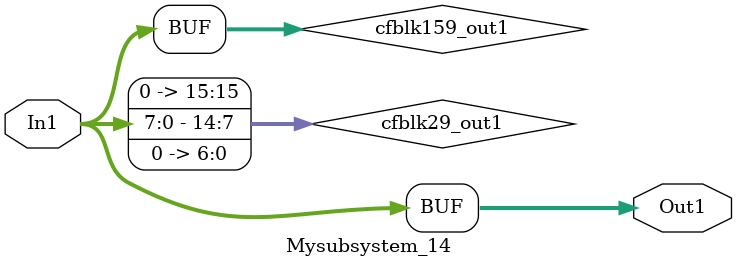
<source format=v>



`timescale 1 ns / 1 ns

module Mysubsystem_14
          (In1,
           Out1);


  input   [7:0] In1;  // uint8
  output  [7:0] Out1;  // uint8


  wire [15:0] cfblk29_out1;  // ufix16_En7
  wire [7:0] cfblk159_out1;  // uint8


  assign cfblk29_out1 = {1'b0, {In1, 7'b0000000}};



  assign cfblk159_out1 = cfblk29_out1[14:7];



  assign Out1 = cfblk159_out1;

endmodule  // Mysubsystem_14


</source>
